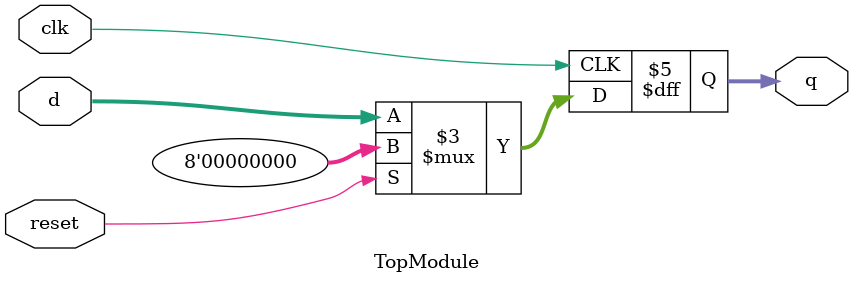
<source format=sv>

module TopModule (
    input  wire        clk,   // positive‑edge clock
    input  wire [7:0]  d,     // data input
    input  wire        reset, // synchronous active‑high reset
    output reg  [7:0]  q      // 8‑bit output register
);

    // One clock‑edge triggered process that implements the 8 D‑FFs.
    // On each rising edge of clk, the register either loads d
    // (normal operation) or clears to 0 when reset is asserted.
    always @(posedge clk) begin
        if (reset)          // synchronous active‑high reset
            q <= 8'b0;      // clear all bits
        else
            q <= d;         // normal D‑FF behaviour
    end

endmodule

// VERILOG-EVAL: errant inclusion of module definition

</source>
